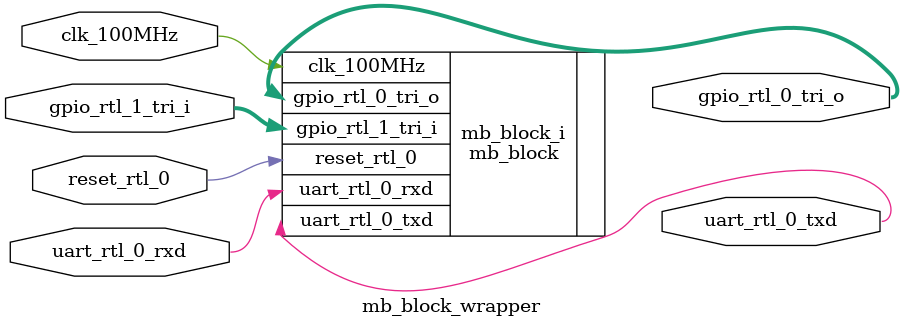
<source format=v>
`timescale 1 ps / 1 ps

module mb_block_wrapper
   (clk_100MHz,
    gpio_rtl_0_tri_o,
    gpio_rtl_1_tri_i,
    reset_rtl_0,
    uart_rtl_0_rxd,
    uart_rtl_0_txd);
  input clk_100MHz;
  output [15:0]gpio_rtl_0_tri_o;
  input [16:0]gpio_rtl_1_tri_i;
  input reset_rtl_0;
  input uart_rtl_0_rxd;
  output uart_rtl_0_txd;

  wire clk_100MHz;
  wire [15:0]gpio_rtl_0_tri_o;
  wire [16:0]gpio_rtl_1_tri_i;
  wire reset_rtl_0;
  wire uart_rtl_0_rxd;
  wire uart_rtl_0_txd;

  mb_block mb_block_i
       (.clk_100MHz(clk_100MHz),
        .gpio_rtl_0_tri_o(gpio_rtl_0_tri_o),
        .gpio_rtl_1_tri_i(gpio_rtl_1_tri_i),
        .reset_rtl_0(reset_rtl_0),
        .uart_rtl_0_rxd(uart_rtl_0_rxd),
        .uart_rtl_0_txd(uart_rtl_0_txd));
endmodule

</source>
